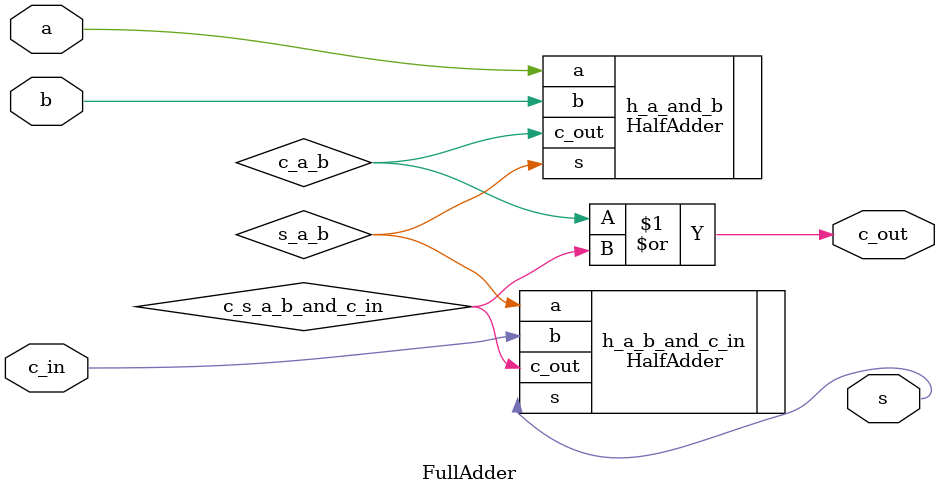
<source format=v>
`include "HalfAdder.v"

module FullAdder (
    a,
    b,
    c_in,
    s,
    c_out
);

    input a;
    input b;
    input c_in;
    output s;
    output c_out;

    wire s_a_b;
    wire c_a_b;
    wire c_s_a_b_and_c_in;

    HalfAdder h_a_and_b (
        .a (a),
        .b (b),
        .s (s_a_b),
        .c_out (c_a_b)
    );
    HalfAdder h_a_b_and_c_in (
        .a (s_a_b),
        .b (c_in),
        .s (s),
        .c_out (c_s_a_b_and_c_in)
    );

    assign c_out = c_a_b | c_s_a_b_and_c_in;

endmodule // FullAdder

</source>
